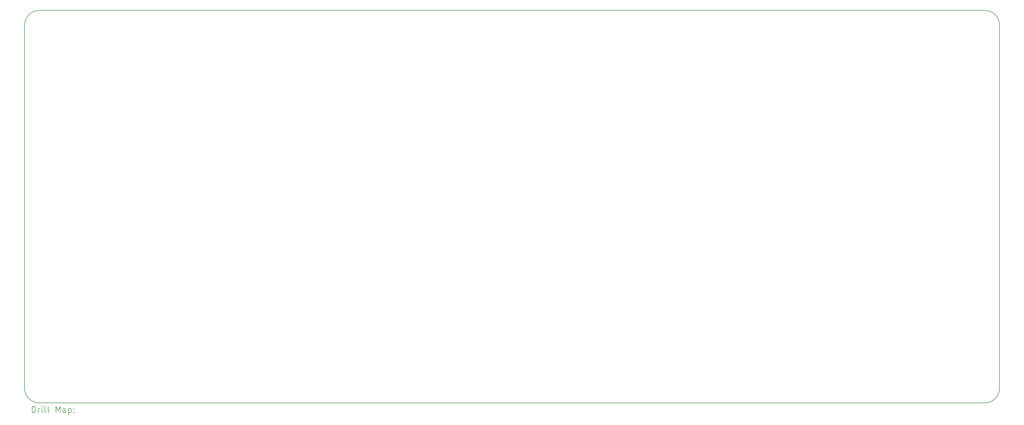
<source format=gbr>
%FSLAX45Y45*%
G04 Gerber Fmt 4.5, Leading zero omitted, Abs format (unit mm)*
G04 Created by KiCad (PCBNEW (6.0.0-0)) date 2022-10-17 22:47:27*
%MOMM*%
%LPD*%
G01*
G04 APERTURE LIST*
%TA.AperFunction,Profile*%
%ADD10C,0.150000*%
%TD*%
%ADD11C,0.200000*%
G04 APERTURE END LIST*
D10*
X36767500Y-18622500D02*
X36767500Y-6685000D01*
X5252500Y-6207500D02*
G75*
G03*
X4775000Y-6685000I0J-477500D01*
G01*
X4775000Y-18622500D02*
G75*
G03*
X5252500Y-19100000I477500J0D01*
G01*
X36290000Y-6207500D02*
X5252500Y-6207500D01*
X36767500Y-6685000D02*
G75*
G03*
X36290000Y-6207500I-477500J0D01*
G01*
X5252500Y-19100000D02*
X36290000Y-19100000D01*
X4775000Y-6685000D02*
X4775000Y-18622500D01*
X36290000Y-19100000D02*
G75*
G03*
X36767500Y-18622500I0J477500D01*
G01*
D11*
X5025119Y-19417976D02*
X5025119Y-19217976D01*
X5072738Y-19217976D01*
X5101310Y-19227500D01*
X5120357Y-19246548D01*
X5129881Y-19265595D01*
X5139405Y-19303690D01*
X5139405Y-19332262D01*
X5129881Y-19370357D01*
X5120357Y-19389405D01*
X5101310Y-19408452D01*
X5072738Y-19417976D01*
X5025119Y-19417976D01*
X5225119Y-19417976D02*
X5225119Y-19284643D01*
X5225119Y-19322738D02*
X5234643Y-19303690D01*
X5244167Y-19294167D01*
X5263214Y-19284643D01*
X5282262Y-19284643D01*
X5348929Y-19417976D02*
X5348929Y-19284643D01*
X5348929Y-19217976D02*
X5339405Y-19227500D01*
X5348929Y-19237024D01*
X5358452Y-19227500D01*
X5348929Y-19217976D01*
X5348929Y-19237024D01*
X5472738Y-19417976D02*
X5453690Y-19408452D01*
X5444167Y-19389405D01*
X5444167Y-19217976D01*
X5577500Y-19417976D02*
X5558452Y-19408452D01*
X5548929Y-19389405D01*
X5548929Y-19217976D01*
X5806071Y-19417976D02*
X5806071Y-19217976D01*
X5872738Y-19360833D01*
X5939405Y-19217976D01*
X5939405Y-19417976D01*
X6120357Y-19417976D02*
X6120357Y-19313214D01*
X6110833Y-19294167D01*
X6091786Y-19284643D01*
X6053690Y-19284643D01*
X6034643Y-19294167D01*
X6120357Y-19408452D02*
X6101309Y-19417976D01*
X6053690Y-19417976D01*
X6034643Y-19408452D01*
X6025119Y-19389405D01*
X6025119Y-19370357D01*
X6034643Y-19351310D01*
X6053690Y-19341786D01*
X6101309Y-19341786D01*
X6120357Y-19332262D01*
X6215595Y-19284643D02*
X6215595Y-19484643D01*
X6215595Y-19294167D02*
X6234643Y-19284643D01*
X6272738Y-19284643D01*
X6291786Y-19294167D01*
X6301309Y-19303690D01*
X6310833Y-19322738D01*
X6310833Y-19379881D01*
X6301309Y-19398929D01*
X6291786Y-19408452D01*
X6272738Y-19417976D01*
X6234643Y-19417976D01*
X6215595Y-19408452D01*
X6396548Y-19398929D02*
X6406071Y-19408452D01*
X6396548Y-19417976D01*
X6387024Y-19408452D01*
X6396548Y-19398929D01*
X6396548Y-19417976D01*
X6396548Y-19294167D02*
X6406071Y-19303690D01*
X6396548Y-19313214D01*
X6387024Y-19303690D01*
X6396548Y-19294167D01*
X6396548Y-19313214D01*
M02*

</source>
